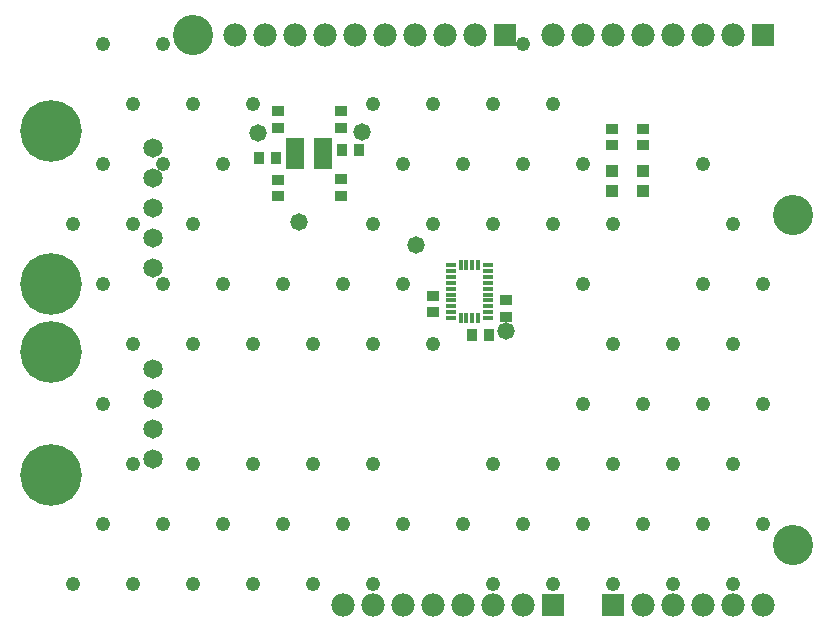
<source format=gts>
G04 Layer_Color=8388736*
%FSLAX25Y25*%
%MOIN*%
G70*
G01*
G75*
%ADD13R,0.03937X0.03937*%
%ADD32R,0.04343X0.03556*%
%ADD33R,0.03458X0.01784*%
%ADD34R,0.01784X0.03458*%
%ADD35R,0.03556X0.04343*%
%ADD36R,0.05918X0.02769*%
%ADD37C,0.20551*%
%ADD38C,0.06457*%
%ADD39C,0.13398*%
%ADD40C,0.07800*%
%ADD41R,0.07800X0.07800*%
%ADD42C,0.04800*%
%ADD43C,0.05800*%
D13*
X210000Y147953D02*
D03*
Y154647D02*
D03*
X199800Y147953D02*
D03*
Y154647D02*
D03*
D32*
X140000Y113156D02*
D03*
Y107644D02*
D03*
X88400Y151856D02*
D03*
Y146344D02*
D03*
X109300Y151956D02*
D03*
Y146444D02*
D03*
X199800Y163344D02*
D03*
Y168856D02*
D03*
X210000Y163344D02*
D03*
Y168856D02*
D03*
X164500Y106144D02*
D03*
Y111656D02*
D03*
X109300Y169144D02*
D03*
Y174656D02*
D03*
X88400Y169244D02*
D03*
Y174756D02*
D03*
D33*
X145984Y123402D02*
D03*
Y121433D02*
D03*
Y119465D02*
D03*
Y117496D02*
D03*
Y115528D02*
D03*
Y113559D02*
D03*
Y111591D02*
D03*
Y109622D02*
D03*
Y107653D02*
D03*
Y105685D02*
D03*
X158385D02*
D03*
Y107653D02*
D03*
Y109622D02*
D03*
Y111591D02*
D03*
Y113559D02*
D03*
Y115528D02*
D03*
Y117496D02*
D03*
Y119465D02*
D03*
Y121433D02*
D03*
Y123402D02*
D03*
D34*
X155137Y123500D02*
D03*
X153168D02*
D03*
X151200D02*
D03*
X149232D02*
D03*
Y105587D02*
D03*
X151200D02*
D03*
X153168D02*
D03*
X155137D02*
D03*
D35*
X158656Y100100D02*
D03*
X153144D02*
D03*
X82044Y159200D02*
D03*
X87556D02*
D03*
X115356Y161800D02*
D03*
X109844D02*
D03*
D36*
X103452Y164300D02*
D03*
Y161741D02*
D03*
Y159182D02*
D03*
Y156623D02*
D03*
X94200D02*
D03*
Y159182D02*
D03*
Y161741D02*
D03*
Y164300D02*
D03*
D37*
X12600Y53400D02*
D03*
Y94400D02*
D03*
X12700Y168000D02*
D03*
Y117000D02*
D03*
D38*
X46600Y58900D02*
D03*
Y68900D02*
D03*
Y78900D02*
D03*
Y88900D02*
D03*
X46700Y142500D02*
D03*
Y162500D02*
D03*
Y152500D02*
D03*
Y132500D02*
D03*
Y122500D02*
D03*
D39*
X60000Y200000D02*
D03*
X260000Y140000D02*
D03*
Y30000D02*
D03*
D40*
X160000Y10000D02*
D03*
X170000D02*
D03*
X110000D02*
D03*
X120000D02*
D03*
X130000D02*
D03*
X140000D02*
D03*
X150000D02*
D03*
X230000Y200000D02*
D03*
X240000D02*
D03*
X180000D02*
D03*
X190000D02*
D03*
X200000D02*
D03*
X210000D02*
D03*
X220000D02*
D03*
X74000D02*
D03*
X84000D02*
D03*
X94000D02*
D03*
X104000D02*
D03*
X114000D02*
D03*
X124000D02*
D03*
X134000D02*
D03*
X144000D02*
D03*
X154000D02*
D03*
X250000Y10000D02*
D03*
X240000D02*
D03*
X230000D02*
D03*
X220000D02*
D03*
X210000D02*
D03*
D41*
X180000D02*
D03*
X250000Y200000D02*
D03*
X164000D02*
D03*
X200000Y10000D02*
D03*
D42*
X240000Y137000D02*
D03*
X250000Y117000D02*
D03*
X240000Y97000D02*
D03*
X250000Y77000D02*
D03*
X240000Y57000D02*
D03*
X250000Y37000D02*
D03*
X240000Y17000D02*
D03*
X230000Y157000D02*
D03*
Y117000D02*
D03*
X220000Y97000D02*
D03*
X230000Y77000D02*
D03*
X220000Y57000D02*
D03*
X230000Y37000D02*
D03*
X220000Y17000D02*
D03*
X200000Y137000D02*
D03*
Y97000D02*
D03*
X210000Y77000D02*
D03*
X200000Y57000D02*
D03*
X210000Y37000D02*
D03*
X200000Y17000D02*
D03*
X180000Y177000D02*
D03*
X190000Y157000D02*
D03*
X180000Y137000D02*
D03*
X190000Y117000D02*
D03*
Y77000D02*
D03*
X180000Y57000D02*
D03*
X190000Y37000D02*
D03*
X180000Y17000D02*
D03*
X170000Y197000D02*
D03*
X160000Y177000D02*
D03*
X170000Y157000D02*
D03*
X160000Y137000D02*
D03*
Y57000D02*
D03*
X170000Y37000D02*
D03*
X160000Y17000D02*
D03*
X140000Y177000D02*
D03*
X150000Y157000D02*
D03*
X140000Y137000D02*
D03*
Y97000D02*
D03*
X150000Y37000D02*
D03*
X120000Y177000D02*
D03*
X130000Y157000D02*
D03*
X120000Y137000D02*
D03*
X130000Y117000D02*
D03*
X120000Y97000D02*
D03*
Y57000D02*
D03*
X130000Y37000D02*
D03*
X120000Y17000D02*
D03*
X110000Y117000D02*
D03*
X100000Y97000D02*
D03*
Y57000D02*
D03*
X110000Y37000D02*
D03*
X100000Y17000D02*
D03*
X80000Y177000D02*
D03*
X90000Y117000D02*
D03*
X80000Y97000D02*
D03*
Y57000D02*
D03*
X90000Y37000D02*
D03*
X80000Y17000D02*
D03*
X60000Y177000D02*
D03*
X70000Y157000D02*
D03*
X60000Y137000D02*
D03*
X70000Y117000D02*
D03*
X60000Y97000D02*
D03*
Y57000D02*
D03*
X70000Y37000D02*
D03*
X60000Y17000D02*
D03*
X50000Y197000D02*
D03*
X40000Y177000D02*
D03*
X50000Y157000D02*
D03*
X40000Y137000D02*
D03*
X50000Y117000D02*
D03*
X40000Y97000D02*
D03*
Y57000D02*
D03*
X50000Y37000D02*
D03*
X40000Y17000D02*
D03*
X30000Y197000D02*
D03*
Y157000D02*
D03*
X20000Y137000D02*
D03*
X30000Y117000D02*
D03*
Y77000D02*
D03*
Y37000D02*
D03*
X20000Y17000D02*
D03*
D43*
X134300Y130200D02*
D03*
X95500Y137800D02*
D03*
X164500Y101400D02*
D03*
X116500Y167600D02*
D03*
X81800Y167500D02*
D03*
M02*

</source>
